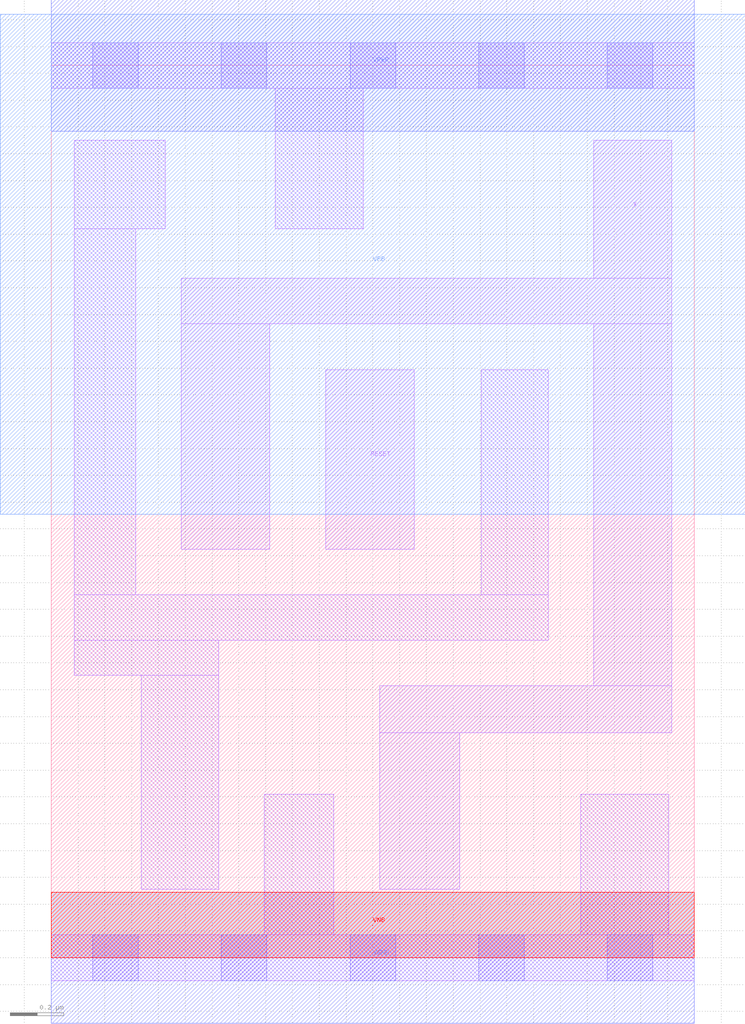
<source format=lef>
# Copyright 2020 The SkyWater PDK Authors
#
# Licensed under the Apache License, Version 2.0 (the "License");
# you may not use this file except in compliance with the License.
# You may obtain a copy of the License at
#
#     https://www.apache.org/licenses/LICENSE-2.0
#
# Unless required by applicable law or agreed to in writing, software
# distributed under the License is distributed on an "AS IS" BASIS,
# WITHOUT WARRANTIES OR CONDITIONS OF ANY KIND, either express or implied.
# See the License for the specific language governing permissions and
# limitations under the License.
#
# SPDX-License-Identifier: Apache-2.0

VERSION 5.7 ;
  NOWIREEXTENSIONATPIN ON ;
  DIVIDERCHAR "/" ;
  BUSBITCHARS "[]" ;
MACRO sky130_fd_sc_lp__bushold0_1
  CLASS CORE ;
  FOREIGN sky130_fd_sc_lp__bushold0_1 ;
  ORIGIN  0.000000  0.000000 ;
  SIZE  2.400000 BY  3.330000 ;
  SYMMETRY X Y ;
  SITE unit ;
  PIN RESET
    ANTENNAGATEAREA  0.126000 ;
    DIRECTION INPUT ;
    USE SIGNAL ;
    PORT
      LAYER li1 ;
        RECT 1.025000 1.525000 1.355000 2.195000 ;
    END
  END RESET
  PIN X
    ANTENNADIFFAREA  0.228900 ;
    ANTENNAGATEAREA  0.126000 ;
    DIRECTION INOUT ;
    USE SIGNAL ;
    PORT
      LAYER li1 ;
        RECT 0.485000 1.525000 0.815000 2.365000 ;
        RECT 0.485000 2.365000 2.315000 2.535000 ;
        RECT 1.225000 0.255000 1.525000 0.840000 ;
        RECT 1.225000 0.840000 2.315000 1.015000 ;
        RECT 2.025000 1.015000 2.315000 2.365000 ;
        RECT 2.025000 2.535000 2.315000 3.050000 ;
    END
  END X
  PIN VGND
    DIRECTION INOUT ;
    USE GROUND ;
    PORT
      LAYER met1 ;
        RECT 0.000000 -0.245000 2.400000 0.245000 ;
    END
  END VGND
  PIN VNB
    DIRECTION INOUT ;
    USE GROUND ;
    PORT
      LAYER pwell ;
        RECT 0.000000 0.000000 2.400000 0.245000 ;
    END
  END VNB
  PIN VPB
    DIRECTION INOUT ;
    USE POWER ;
    PORT
      LAYER nwell ;
        RECT -0.190000 1.655000 2.590000 3.520000 ;
    END
  END VPB
  PIN VPWR
    DIRECTION INOUT ;
    USE POWER ;
    PORT
      LAYER met1 ;
        RECT 0.000000 3.085000 2.400000 3.575000 ;
    END
  END VPWR
  OBS
    LAYER li1 ;
      RECT 0.000000 -0.085000 2.400000 0.085000 ;
      RECT 0.000000  3.245000 2.400000 3.415000 ;
      RECT 0.085000  1.055000 0.625000 1.185000 ;
      RECT 0.085000  1.185000 1.855000 1.355000 ;
      RECT 0.085000  1.355000 0.315000 2.720000 ;
      RECT 0.085000  2.720000 0.425000 3.050000 ;
      RECT 0.335000  0.255000 0.625000 1.055000 ;
      RECT 0.795000  0.085000 1.055000 0.610000 ;
      RECT 0.835000  2.720000 1.165000 3.245000 ;
      RECT 1.605000  1.355000 1.855000 2.195000 ;
      RECT 1.975000  0.085000 2.305000 0.610000 ;
    LAYER mcon ;
      RECT 0.155000 -0.085000 0.325000 0.085000 ;
      RECT 0.155000  3.245000 0.325000 3.415000 ;
      RECT 0.635000 -0.085000 0.805000 0.085000 ;
      RECT 0.635000  3.245000 0.805000 3.415000 ;
      RECT 1.115000 -0.085000 1.285000 0.085000 ;
      RECT 1.115000  3.245000 1.285000 3.415000 ;
      RECT 1.595000 -0.085000 1.765000 0.085000 ;
      RECT 1.595000  3.245000 1.765000 3.415000 ;
      RECT 2.075000 -0.085000 2.245000 0.085000 ;
      RECT 2.075000  3.245000 2.245000 3.415000 ;
  END
END sky130_fd_sc_lp__bushold0_1
END LIBRARY

</source>
